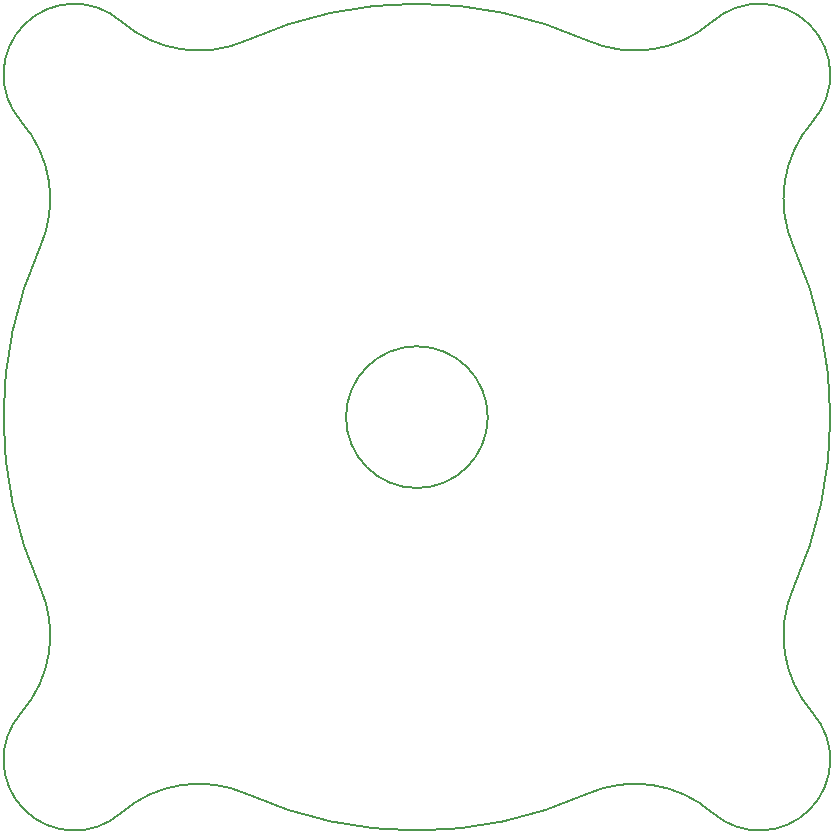
<source format=gbr>
G04 #@! TF.GenerationSoftware,KiCad,Pcbnew,5.1.5+dfsg1-2build2*
G04 #@! TF.CreationDate,2021-12-19T10:03:43+01:00*
G04 #@! TF.ProjectId,Drehko_large_Stator,44726568-6b6f-45f6-9c61-7267655f5374,1.0*
G04 #@! TF.SameCoordinates,Original*
G04 #@! TF.FileFunction,Profile,NP*
%FSLAX46Y46*%
G04 Gerber Fmt 4.6, Leading zero omitted, Abs format (unit mm)*
G04 Created by KiCad (PCBNEW 5.1.5+dfsg1-2build2) date 2021-12-19 10:03:43*
%MOMM*%
%LPD*%
G04 APERTURE LIST*
%ADD10C,0.200000*%
G04 APERTURE END LIST*
D10*
X164358694Y-131919084D02*
G75*
G02X175047941Y-133514558I4102484J-9119737D01*
G01*
X116485441Y-74952058D02*
G75*
G02X124952059Y-66485442I4514559J3952058D01*
G01*
X124952058Y-133514557D02*
G75*
G02X135641306Y-131919083I6586764J-7524264D01*
G01*
X118080916Y-114358694D02*
G75*
G02X116485442Y-125047941I-9119737J-4102484D01*
G01*
X156000000Y-100000000D02*
G75*
G03X156000000Y-100000000I-6000000J0D01*
G01*
X118080917Y-114358693D02*
G75*
G02X118080917Y-85641306I31919083J14358693D01*
G01*
X135641307Y-68080917D02*
G75*
G02X164358694Y-68080917I14358693J-31919083D01*
G01*
X124952058Y-133514557D02*
G75*
G02X116485442Y-125047941I-3952058J4514558D01*
G01*
X175047942Y-66485441D02*
G75*
G02X183514558Y-74952059I3952058J-4514559D01*
G01*
X183514557Y-125047942D02*
G75*
G02X175047941Y-133514558I-4514558J-3952058D01*
G01*
X183514557Y-125047942D02*
G75*
G02X181919083Y-114358694I7524264J6586764D01*
G01*
X116485443Y-74952058D02*
G75*
G02X118080917Y-85641306I-7524264J-6586764D01*
G01*
X175047942Y-66485443D02*
G75*
G02X164358694Y-68080917I-6586764J7524264D01*
G01*
X135641306Y-68080916D02*
G75*
G02X124952059Y-66485442I-4102484J9119737D01*
G01*
X181919084Y-85641306D02*
G75*
G02X183514558Y-74952059I9119737J4102484D01*
G01*
X164358693Y-131919083D02*
G75*
G02X135641306Y-131919083I-14358693J31919083D01*
G01*
X181919083Y-85641307D02*
G75*
G02X181919083Y-114358694I-31919083J-14358693D01*
G01*
M02*

</source>
